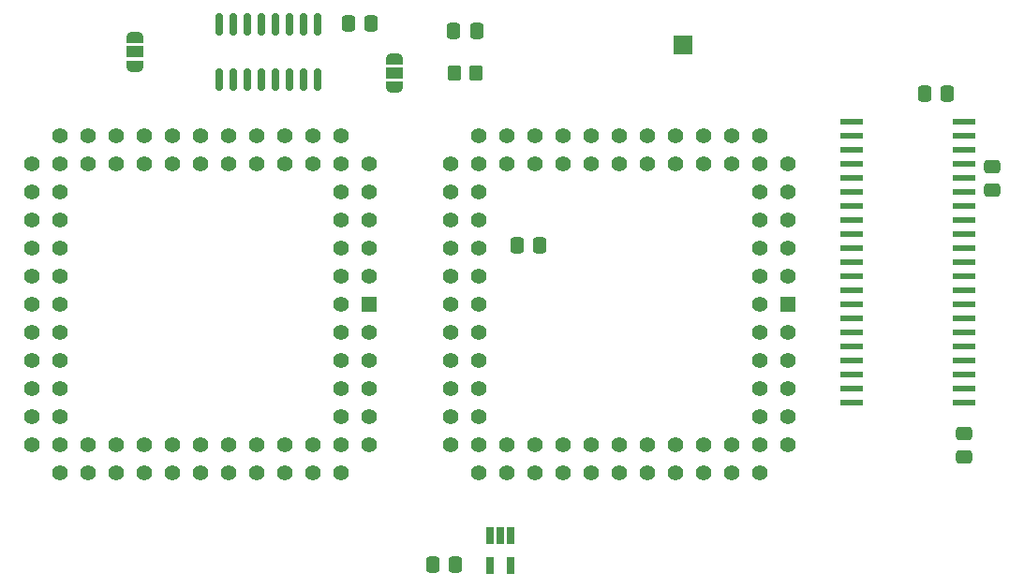
<source format=gbs>
G04 #@! TF.GenerationSoftware,KiCad,Pcbnew,5.99.0-1.20210607git4c293e0.fc34*
G04 #@! TF.CreationDate,2021-06-11T06:43:41+01:00*
G04 #@! TF.ProjectId,A500-2Meg,41353030-2d32-44d6-9567-2e6b69636164,rev?*
G04 #@! TF.SameCoordinates,Original*
G04 #@! TF.FileFunction,Soldermask,Bot*
G04 #@! TF.FilePolarity,Negative*
%FSLAX46Y46*%
G04 Gerber Fmt 4.6, Leading zero omitted, Abs format (unit mm)*
G04 Created by KiCad (PCBNEW 5.99.0-1.20210607git4c293e0.fc34) date 2021-06-11 06:43:41*
%MOMM*%
%LPD*%
G01*
G04 APERTURE LIST*
G04 Aperture macros list*
%AMRoundRect*
0 Rectangle with rounded corners*
0 $1 Rounding radius*
0 $2 $3 $4 $5 $6 $7 $8 $9 X,Y pos of 4 corners*
0 Add a 4 corners polygon primitive as box body*
4,1,4,$2,$3,$4,$5,$6,$7,$8,$9,$2,$3,0*
0 Add four circle primitives for the rounded corners*
1,1,$1+$1,$2,$3*
1,1,$1+$1,$4,$5*
1,1,$1+$1,$6,$7*
1,1,$1+$1,$8,$9*
0 Add four rect primitives between the rounded corners*
20,1,$1+$1,$2,$3,$4,$5,0*
20,1,$1+$1,$4,$5,$6,$7,0*
20,1,$1+$1,$6,$7,$8,$9,0*
20,1,$1+$1,$8,$9,$2,$3,0*%
%AMFreePoly0*
4,1,22,0.550000,-0.750000,0.000000,-0.750000,0.000000,-0.745033,-0.079941,-0.743568,-0.215256,-0.701293,-0.333266,-0.622738,-0.424486,-0.514219,-0.481581,-0.384460,-0.499164,-0.250000,-0.500000,-0.250000,-0.500000,0.250000,-0.499164,0.250000,-0.499963,0.256109,-0.478152,0.396186,-0.417904,0.524511,-0.324060,0.630769,-0.204165,0.706417,-0.067858,0.745374,0.000000,0.744959,0.000000,0.750000,
0.550000,0.750000,0.550000,-0.750000,0.550000,-0.750000,$1*%
%AMFreePoly1*
4,1,20,0.000000,0.744959,0.073905,0.744508,0.209726,0.703889,0.328688,0.626782,0.421226,0.519385,0.479903,0.390333,0.500000,0.250000,0.500000,-0.250000,0.499851,-0.262216,0.476331,-0.402017,0.414519,-0.529596,0.319384,-0.634700,0.198574,-0.708877,0.061801,-0.746166,0.000000,-0.745033,0.000000,-0.750000,-0.550000,-0.750000,-0.550000,0.750000,0.000000,0.750000,0.000000,0.744959,
0.000000,0.744959,$1*%
G04 Aperture macros list end*
%ADD10R,1.422400X1.422400*%
%ADD11C,1.422400*%
%ADD12R,1.700000X1.700000*%
%ADD13RoundRect,0.250000X-0.475000X0.337500X-0.475000X-0.337500X0.475000X-0.337500X0.475000X0.337500X0*%
%ADD14RoundRect,0.250000X-0.337500X-0.475000X0.337500X-0.475000X0.337500X0.475000X-0.337500X0.475000X0*%
%ADD15RoundRect,0.250000X0.337500X0.475000X-0.337500X0.475000X-0.337500X-0.475000X0.337500X-0.475000X0*%
%ADD16FreePoly0,270.000000*%
%ADD17R,1.500000X1.000000*%
%ADD18FreePoly1,270.000000*%
%ADD19RoundRect,0.150000X0.150000X-0.825000X0.150000X0.825000X-0.150000X0.825000X-0.150000X-0.825000X0*%
%ADD20R,2.032000X0.508000*%
%ADD21RoundRect,0.250000X0.475000X-0.337500X0.475000X0.337500X-0.475000X0.337500X-0.475000X-0.337500X0*%
%ADD22RoundRect,0.250000X-0.350000X-0.450000X0.350000X-0.450000X0.350000X0.450000X-0.350000X0.450000X0*%
%ADD23R,0.650000X1.560000*%
G04 APERTURE END LIST*
D10*
X127254000Y-52070000D03*
D11*
X124714000Y-52070000D03*
X127254000Y-49530000D03*
X124714000Y-49530000D03*
X127254000Y-46990000D03*
X124714000Y-46990000D03*
X127254000Y-44450000D03*
X124714000Y-44450000D03*
X127254000Y-41910000D03*
X124714000Y-41910000D03*
X127254000Y-39370000D03*
X124714000Y-36830000D03*
X124714000Y-39370000D03*
X122174000Y-36830000D03*
X122174000Y-39370000D03*
X119634000Y-36830000D03*
X119634000Y-39370000D03*
X117094000Y-36830000D03*
X117094000Y-39370000D03*
X114554000Y-36830000D03*
X114554000Y-39370000D03*
X112014000Y-36830000D03*
X112014000Y-39370000D03*
X109474000Y-36830000D03*
X109474000Y-39370000D03*
X106934000Y-36830000D03*
X106934000Y-39370000D03*
X104394000Y-36830000D03*
X104394000Y-39370000D03*
X101854000Y-36830000D03*
X101854000Y-39370000D03*
X99314000Y-36830000D03*
X96774000Y-39370000D03*
X99314000Y-39370000D03*
X96774000Y-41910000D03*
X99314000Y-41910000D03*
X96774000Y-44450000D03*
X99314000Y-44450000D03*
X96774000Y-46990000D03*
X99314000Y-46990000D03*
X96774000Y-49530000D03*
X99314000Y-49530000D03*
X96774000Y-52070000D03*
X99314000Y-52070000D03*
X96774000Y-54610000D03*
X99314000Y-54610000D03*
X96774000Y-57150000D03*
X99314000Y-57150000D03*
X96774000Y-59690000D03*
X99314000Y-59690000D03*
X96774000Y-62230000D03*
X99314000Y-62230000D03*
X96774000Y-64770000D03*
X99314000Y-67310000D03*
X99314000Y-64770000D03*
X101854000Y-67310000D03*
X101854000Y-64770000D03*
X104394000Y-67310000D03*
X104394000Y-64770000D03*
X106934000Y-67310000D03*
X106934000Y-64770000D03*
X109474000Y-67310000D03*
X109474000Y-64770000D03*
X112014000Y-67310000D03*
X112014000Y-64770000D03*
X114554000Y-67310000D03*
X114554000Y-64770000D03*
X117094000Y-67310000D03*
X117094000Y-64770000D03*
X119634000Y-67310000D03*
X119634000Y-64770000D03*
X122174000Y-67310000D03*
X122174000Y-64770000D03*
X124714000Y-67310000D03*
X127254000Y-64770000D03*
X124714000Y-64770000D03*
X127254000Y-62230000D03*
X124714000Y-62230000D03*
X127254000Y-59690000D03*
X124714000Y-59690000D03*
X127254000Y-57150000D03*
X124714000Y-57150000D03*
X127254000Y-54610000D03*
X124714000Y-54610000D03*
D12*
X155575000Y-28575000D03*
D10*
X165100000Y-52070000D03*
D11*
X162560000Y-52070000D03*
X165100000Y-49530000D03*
X162560000Y-49530000D03*
X165100000Y-46990000D03*
X162560000Y-46990000D03*
X165100000Y-44450000D03*
X162560000Y-44450000D03*
X165100000Y-41910000D03*
X162560000Y-41910000D03*
X165100000Y-39370000D03*
X162560000Y-36830000D03*
X162560000Y-39370000D03*
X160020000Y-36830000D03*
X160020000Y-39370000D03*
X157480000Y-36830000D03*
X157480000Y-39370000D03*
X154940000Y-36830000D03*
X154940000Y-39370000D03*
X152400000Y-36830000D03*
X152400000Y-39370000D03*
X149860000Y-36830000D03*
X149860000Y-39370000D03*
X147320000Y-36830000D03*
X147320000Y-39370000D03*
X144780000Y-36830000D03*
X144780000Y-39370000D03*
X142240000Y-36830000D03*
X142240000Y-39370000D03*
X139700000Y-36830000D03*
X139700000Y-39370000D03*
X137160000Y-36830000D03*
X134620000Y-39370000D03*
X137160000Y-39370000D03*
X134620000Y-41910000D03*
X137160000Y-41910000D03*
X134620000Y-44450000D03*
X137160000Y-44450000D03*
X134620000Y-46990000D03*
X137160000Y-46990000D03*
X134620000Y-49530000D03*
X137160000Y-49530000D03*
X134620000Y-52070000D03*
X137160000Y-52070000D03*
X134620000Y-54610000D03*
X137160000Y-54610000D03*
X134620000Y-57150000D03*
X137160000Y-57150000D03*
X134620000Y-59690000D03*
X137160000Y-59690000D03*
X134620000Y-62230000D03*
X137160000Y-62230000D03*
X134620000Y-64770000D03*
X137160000Y-67310000D03*
X137160000Y-64770000D03*
X139700000Y-67310000D03*
X139700000Y-64770000D03*
X142240000Y-67310000D03*
X142240000Y-64770000D03*
X144780000Y-67310000D03*
X144780000Y-64770000D03*
X147320000Y-67310000D03*
X147320000Y-64770000D03*
X149860000Y-67310000D03*
X149860000Y-64770000D03*
X152400000Y-67310000D03*
X152400000Y-64770000D03*
X154940000Y-67310000D03*
X154940000Y-64770000D03*
X157480000Y-67310000D03*
X157480000Y-64770000D03*
X160020000Y-67310000D03*
X160020000Y-64770000D03*
X162560000Y-67310000D03*
X165100000Y-64770000D03*
X162560000Y-64770000D03*
X165100000Y-62230000D03*
X162560000Y-62230000D03*
X165100000Y-59690000D03*
X162560000Y-59690000D03*
X165100000Y-57150000D03*
X162560000Y-57150000D03*
X165100000Y-54610000D03*
X162560000Y-54610000D03*
D13*
X180975000Y-63732500D03*
X180975000Y-65807500D03*
D14*
X125327500Y-26670000D03*
X127402500Y-26670000D03*
D15*
X135022500Y-75565000D03*
X132947500Y-75565000D03*
D16*
X129540000Y-29815000D03*
D17*
X129540000Y-31115000D03*
D18*
X129540000Y-32415000D03*
D19*
X122555000Y-31685000D03*
X121285000Y-31685000D03*
X120015000Y-31685000D03*
X118745000Y-31685000D03*
X117475000Y-31685000D03*
X116205000Y-31685000D03*
X114935000Y-31685000D03*
X113665000Y-31685000D03*
X113665000Y-26735000D03*
X114935000Y-26735000D03*
X116205000Y-26735000D03*
X117475000Y-26735000D03*
X118745000Y-26735000D03*
X120015000Y-26735000D03*
X121285000Y-26735000D03*
X122555000Y-26735000D03*
D16*
X106045000Y-27910000D03*
D17*
X106045000Y-29210000D03*
D18*
X106045000Y-30510000D03*
D20*
X180975000Y-35560000D03*
X180975000Y-36830000D03*
X180975000Y-38100000D03*
X180975000Y-39370000D03*
X180975000Y-40640000D03*
X180975000Y-41910000D03*
X180975000Y-43180000D03*
X180975000Y-44450000D03*
X180975000Y-45720000D03*
X180975000Y-46990000D03*
X180975000Y-48260000D03*
X180975000Y-49530000D03*
X180975000Y-50800000D03*
X180975000Y-52070000D03*
X180975000Y-53340000D03*
X180975000Y-54610000D03*
X180975000Y-55880000D03*
X180975000Y-57150000D03*
X180975000Y-58420000D03*
X180975000Y-59690000D03*
X180975000Y-60960000D03*
X170815000Y-60960000D03*
X170815000Y-59690000D03*
X170815000Y-58420000D03*
X170815000Y-57150000D03*
X170815000Y-55880000D03*
X170815000Y-54610000D03*
X170815000Y-53340000D03*
X170815000Y-52070000D03*
X170815000Y-50800000D03*
X170815000Y-49530000D03*
X170815000Y-48260000D03*
X170815000Y-46990000D03*
X170815000Y-45720000D03*
X170815000Y-44450000D03*
X170815000Y-43180000D03*
X170815000Y-41910000D03*
X170815000Y-40640000D03*
X170815000Y-39370000D03*
X170815000Y-38100000D03*
X170815000Y-36830000D03*
X170815000Y-35560000D03*
D21*
X183515000Y-41677500D03*
X183515000Y-39602500D03*
D15*
X136927500Y-27305000D03*
X134852500Y-27305000D03*
D22*
X134890000Y-31115000D03*
X136890000Y-31115000D03*
D23*
X138115000Y-72945000D03*
X139065000Y-72945000D03*
X140015000Y-72945000D03*
X140015000Y-75645000D03*
X138115000Y-75645000D03*
D14*
X140567500Y-46736000D03*
X142642500Y-46736000D03*
D15*
X179472500Y-33020000D03*
X177397500Y-33020000D03*
M02*

</source>
